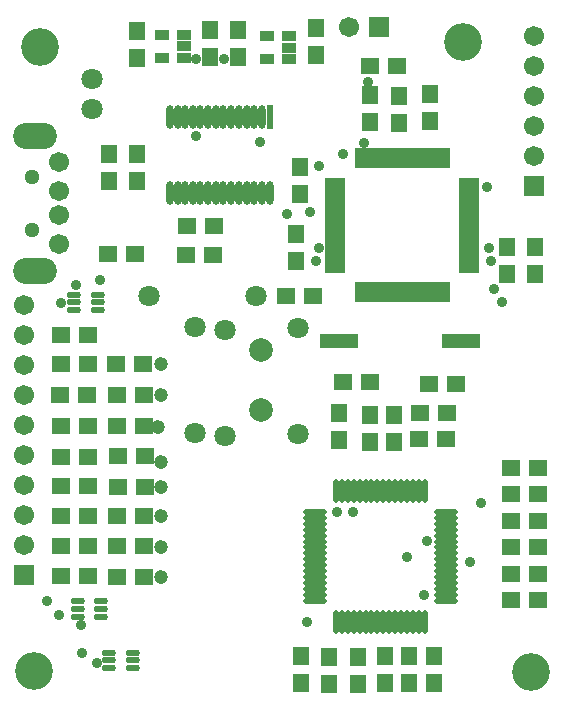
<source format=gts>
%FSLAX23Y23*%
%MOIN*%
G70*
G01*
G75*
G04 Layer_Color=8388736*
%ADD10C,0.010*%
%ADD11R,0.051X0.050*%
%ADD12O,0.039X0.014*%
%ADD13R,0.058X0.011*%
%ADD14R,0.011X0.058*%
%ADD15R,0.118X0.039*%
%ADD16R,0.050X0.051*%
%ADD17R,0.039X0.028*%
%ADD18O,0.012X0.071*%
%ADD19O,0.071X0.012*%
%ADD20O,0.016X0.071*%
%ADD21R,0.016X0.071*%
%ADD22C,0.020*%
%ADD23C,0.016*%
%ADD24C,0.012*%
%ADD25C,0.059*%
%ADD26R,0.059X0.059*%
%ADD27C,0.063*%
%ADD28C,0.071*%
%ADD29R,0.059X0.059*%
%ADD30O,0.138X0.079*%
%ADD31C,0.043*%
%ADD32C,0.118*%
%ADD33C,0.028*%
%ADD34C,0.039*%
%ADD35C,0.008*%
%ADD36C,0.006*%
%ADD37C,0.024*%
%ADD38C,0.010*%
%ADD39C,0.005*%
%ADD40C,0.008*%
%ADD41C,0.004*%
%ADD42C,0.006*%
%ADD43R,0.059X0.058*%
%ADD44O,0.047X0.022*%
%ADD45R,0.066X0.019*%
%ADD46R,0.019X0.066*%
%ADD47R,0.126X0.047*%
%ADD48R,0.058X0.059*%
%ADD49R,0.047X0.036*%
%ADD50O,0.020X0.079*%
%ADD51O,0.079X0.020*%
%ADD52O,0.024X0.079*%
%ADD53R,0.024X0.079*%
%ADD54C,0.067*%
%ADD55R,0.067X0.067*%
%ADD56C,0.071*%
%ADD57C,0.079*%
%ADD58R,0.067X0.067*%
%ADD59O,0.146X0.087*%
%ADD60C,0.051*%
%ADD61C,0.126*%
%ADD62C,0.036*%
%ADD63C,0.047*%
D43*
X189Y-1174D02*
D03*
X188Y-1381D02*
D03*
Y-1483D02*
D03*
X190Y-1581D02*
D03*
X191Y-1679D02*
D03*
X187Y-1277D02*
D03*
X435Y-808D02*
D03*
X345D02*
D03*
X700Y-713D02*
D03*
X610D02*
D03*
X697Y-811D02*
D03*
X607D02*
D03*
X1221Y-1235D02*
D03*
X1131D02*
D03*
X1030Y-948D02*
D03*
X940D02*
D03*
X1311Y-180D02*
D03*
X1221D02*
D03*
X1417Y-1240D02*
D03*
X1507D02*
D03*
X191Y-1880D02*
D03*
X281D02*
D03*
X191Y-1780D02*
D03*
X281D02*
D03*
Y-1679D02*
D03*
X1472Y-1425D02*
D03*
X1382D02*
D03*
X280Y-1581D02*
D03*
X278Y-1483D02*
D03*
Y-1381D02*
D03*
X277Y-1277D02*
D03*
X279Y-1174D02*
D03*
X1689Y-1873D02*
D03*
X1779D02*
D03*
X1689Y-1784D02*
D03*
X1779D02*
D03*
X1689Y-1696D02*
D03*
X1779D02*
D03*
X1689Y-1607D02*
D03*
X1779D02*
D03*
X1689Y-1961D02*
D03*
X1779D02*
D03*
X190Y-1078D02*
D03*
X280D02*
D03*
X1386Y-1338D02*
D03*
X1476D02*
D03*
X1779Y-1519D02*
D03*
X1689D02*
D03*
X466Y-1882D02*
D03*
X376D02*
D03*
X466Y-1780D02*
D03*
X376D02*
D03*
X466Y-1679D02*
D03*
X376D02*
D03*
X468Y-1583D02*
D03*
X378D02*
D03*
X468Y-1479D02*
D03*
X378D02*
D03*
X466Y-1380D02*
D03*
X376D02*
D03*
X466Y-1277D02*
D03*
X376D02*
D03*
X464Y-1173D02*
D03*
X374D02*
D03*
D44*
X324Y-1990D02*
D03*
X351Y-2136D02*
D03*
Y-2161D02*
D03*
Y-2187D02*
D03*
X430D02*
D03*
Y-2161D02*
D03*
Y-2136D02*
D03*
X233Y-994D02*
D03*
X324Y-1964D02*
D03*
X233Y-968D02*
D03*
Y-942D02*
D03*
X312D02*
D03*
Y-968D02*
D03*
Y-994D02*
D03*
X245Y-1964D02*
D03*
Y-1990D02*
D03*
Y-2016D02*
D03*
X324D02*
D03*
D45*
X1550Y-563D02*
D03*
Y-583D02*
D03*
Y-603D02*
D03*
Y-622D02*
D03*
Y-642D02*
D03*
Y-662D02*
D03*
Y-681D02*
D03*
Y-701D02*
D03*
Y-721D02*
D03*
Y-741D02*
D03*
Y-760D02*
D03*
Y-780D02*
D03*
Y-800D02*
D03*
Y-819D02*
D03*
Y-839D02*
D03*
Y-859D02*
D03*
X1104D02*
D03*
Y-839D02*
D03*
Y-819D02*
D03*
Y-800D02*
D03*
Y-780D02*
D03*
Y-760D02*
D03*
X1103Y-741D02*
D03*
X1104Y-721D02*
D03*
Y-701D02*
D03*
Y-681D02*
D03*
Y-662D02*
D03*
Y-642D02*
D03*
Y-622D02*
D03*
Y-603D02*
D03*
Y-583D02*
D03*
Y-563D02*
D03*
D46*
X1475Y-934D02*
D03*
X1455D02*
D03*
X1435D02*
D03*
X1416D02*
D03*
X1396D02*
D03*
X1376D02*
D03*
X1357D02*
D03*
X1337D02*
D03*
X1317D02*
D03*
X1297D02*
D03*
X1278D02*
D03*
X1258D02*
D03*
X1238D02*
D03*
X1219D02*
D03*
X1199D02*
D03*
X1179D02*
D03*
Y-488D02*
D03*
X1199D02*
D03*
X1219D02*
D03*
X1238D02*
D03*
X1258D02*
D03*
X1278D02*
D03*
X1297D02*
D03*
X1317D02*
D03*
X1337D02*
D03*
X1357D02*
D03*
X1376D02*
D03*
X1396D02*
D03*
X1416D02*
D03*
X1435D02*
D03*
X1455D02*
D03*
X1475D02*
D03*
D47*
X1523Y-1097D02*
D03*
X1117D02*
D03*
D48*
X1041Y-53D02*
D03*
Y-143D02*
D03*
X1421Y-275D02*
D03*
Y-365D02*
D03*
X778Y-60D02*
D03*
Y-150D02*
D03*
X443Y-64D02*
D03*
Y-154D02*
D03*
X685Y-149D02*
D03*
Y-59D02*
D03*
X442Y-472D02*
D03*
Y-562D02*
D03*
X348Y-474D02*
D03*
Y-564D02*
D03*
X1317Y-281D02*
D03*
Y-371D02*
D03*
X1221Y-368D02*
D03*
Y-278D02*
D03*
X986Y-606D02*
D03*
Y-516D02*
D03*
X1677Y-872D02*
D03*
Y-782D02*
D03*
X973Y-831D02*
D03*
Y-741D02*
D03*
X1771Y-783D02*
D03*
Y-873D02*
D03*
X1179Y-2151D02*
D03*
Y-2241D02*
D03*
X1084Y-2151D02*
D03*
Y-2241D02*
D03*
X988Y-2236D02*
D03*
Y-2146D02*
D03*
X1117Y-1338D02*
D03*
Y-1428D02*
D03*
X1351Y-2236D02*
D03*
Y-2146D02*
D03*
X1433Y-2236D02*
D03*
Y-2146D02*
D03*
X1299Y-1342D02*
D03*
Y-1432D02*
D03*
X1219Y-1342D02*
D03*
Y-1432D02*
D03*
X1270Y-2236D02*
D03*
Y-2146D02*
D03*
D49*
X599Y-115D02*
D03*
X527Y-154D02*
D03*
Y-76D02*
D03*
X599D02*
D03*
Y-154D02*
D03*
X948Y-158D02*
D03*
Y-80D02*
D03*
X875D02*
D03*
Y-158D02*
D03*
X948Y-119D02*
D03*
D50*
X1106Y-1596D02*
D03*
X1126D02*
D03*
X1146D02*
D03*
X1165D02*
D03*
X1185D02*
D03*
X1205D02*
D03*
X1224D02*
D03*
X1244D02*
D03*
X1264D02*
D03*
X1284D02*
D03*
X1303D02*
D03*
X1323D02*
D03*
X1343D02*
D03*
X1362D02*
D03*
X1382D02*
D03*
X1402D02*
D03*
Y-2034D02*
D03*
X1382D02*
D03*
X1362D02*
D03*
X1343D02*
D03*
X1323D02*
D03*
X1303D02*
D03*
X1284D02*
D03*
X1264D02*
D03*
X1244D02*
D03*
X1224D02*
D03*
X1205D02*
D03*
X1185D02*
D03*
X1165D02*
D03*
X1146D02*
D03*
X1126D02*
D03*
X1106D02*
D03*
D51*
X1473Y-1667D02*
D03*
Y-1687D02*
D03*
Y-1707D02*
D03*
Y-1726D02*
D03*
Y-1746D02*
D03*
Y-1766D02*
D03*
Y-1785D02*
D03*
Y-1805D02*
D03*
Y-1825D02*
D03*
Y-1845D02*
D03*
Y-1864D02*
D03*
Y-1884D02*
D03*
Y-1904D02*
D03*
Y-1923D02*
D03*
Y-1943D02*
D03*
Y-1963D02*
D03*
X1035D02*
D03*
Y-1943D02*
D03*
Y-1923D02*
D03*
Y-1904D02*
D03*
Y-1884D02*
D03*
Y-1864D02*
D03*
Y-1845D02*
D03*
Y-1825D02*
D03*
Y-1805D02*
D03*
Y-1785D02*
D03*
Y-1766D02*
D03*
Y-1746D02*
D03*
Y-1726D02*
D03*
Y-1707D02*
D03*
Y-1687D02*
D03*
Y-1667D02*
D03*
D52*
X552Y-602D02*
D03*
X578D02*
D03*
X603D02*
D03*
X629D02*
D03*
X654D02*
D03*
X680D02*
D03*
X706D02*
D03*
X757D02*
D03*
X782D02*
D03*
X808D02*
D03*
X834D02*
D03*
X859D02*
D03*
X552Y-350D02*
D03*
X578D02*
D03*
X603D02*
D03*
X629D02*
D03*
X654D02*
D03*
X680D02*
D03*
X706D02*
D03*
X731D02*
D03*
X757D02*
D03*
X782D02*
D03*
X808D02*
D03*
X834D02*
D03*
X859D02*
D03*
X885Y-602D02*
D03*
X731D02*
D03*
D53*
X885Y-350D02*
D03*
D54*
X65Y-1178D02*
D03*
Y-1378D02*
D03*
Y-1478D02*
D03*
Y-1578D02*
D03*
Y-1678D02*
D03*
Y-1278D02*
D03*
X1150Y-51D02*
D03*
X65Y-978D02*
D03*
Y-1078D02*
D03*
Y-1778D02*
D03*
X183Y-500D02*
D03*
Y-775D02*
D03*
Y-677D02*
D03*
Y-598D02*
D03*
X1767Y-479D02*
D03*
Y-379D02*
D03*
Y-279D02*
D03*
Y-179D02*
D03*
Y-79D02*
D03*
D55*
X1250Y-51D02*
D03*
D56*
X294Y-223D02*
D03*
Y-323D02*
D03*
X838Y-946D02*
D03*
X484D02*
D03*
X978Y-1406D02*
D03*
Y-1052D02*
D03*
X736Y-1415D02*
D03*
Y-1061D02*
D03*
X635Y-1051D02*
D03*
Y-1405D02*
D03*
D57*
X856Y-1128D02*
D03*
Y-1328D02*
D03*
D58*
X65Y-1878D02*
D03*
X1767Y-579D02*
D03*
D59*
X104Y-862D02*
D03*
Y-413D02*
D03*
D60*
X92Y-549D02*
D03*
Y-726D02*
D03*
D61*
X118Y-118D02*
D03*
X1530Y-100D02*
D03*
X1757Y-2199D02*
D03*
X100Y-2198D02*
D03*
D62*
X733Y-158D02*
D03*
X641Y-157D02*
D03*
X1198Y-436D02*
D03*
X1131Y-474D02*
D03*
X638Y-412D02*
D03*
X1041Y-831D02*
D03*
X853Y-432D02*
D03*
X942Y-672D02*
D03*
X1021Y-668D02*
D03*
X1048Y-787D02*
D03*
X1050Y-515D02*
D03*
X1212Y-235D02*
D03*
X320Y-894D02*
D03*
X1608Y-582D02*
D03*
X1343Y-1818D02*
D03*
X1616Y-787D02*
D03*
X1398Y-1943D02*
D03*
X1624Y-829D02*
D03*
X1410Y-1763D02*
D03*
X1634Y-923D02*
D03*
X1553Y-1832D02*
D03*
X1588Y-1637D02*
D03*
X1661Y-967D02*
D03*
X240Y-909D02*
D03*
X190Y-970D02*
D03*
X256Y-2045D02*
D03*
X182Y-2010D02*
D03*
X1008Y-2035D02*
D03*
X1163Y-1667D02*
D03*
X1109Y-1667D02*
D03*
X310Y-2170D02*
D03*
X259Y-2137D02*
D03*
X144Y-1965D02*
D03*
D63*
X522Y-1174D02*
D03*
X524Y-1278D02*
D03*
X513Y-1384D02*
D03*
X522Y-1500D02*
D03*
X524Y-1585D02*
D03*
X522Y-1681D02*
D03*
Y-1782D02*
D03*
Y-1884D02*
D03*
M02*

</source>
